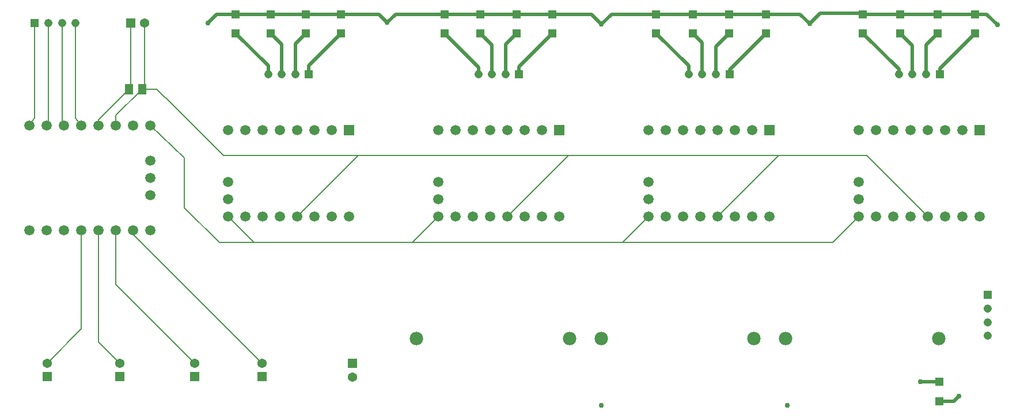
<source format=gtl>
G04 EAGLE Gerber RS-274X export*
G75*
%MOMM*%
%FSLAX34Y34*%
%LPD*%
%INTop Copper*%
%IPPOS*%
%AMOC8*
5,1,8,0,0,1.08239X$1,22.5*%
G01*
%ADD10C,1.980000*%
%ADD11R,1.368000X1.368000*%
%ADD12C,1.368000*%
%ADD13R,1.208000X1.208000*%
%ADD14C,1.208000*%
%ADD15C,1.508000*%
%ADD16R,1.508000X1.508000*%
%ADD17R,1.300000X1.500000*%
%ADD18R,1.200000X1.200000*%
%ADD19C,0.756400*%
%ADD20C,0.508000*%
%ADD21C,0.152400*%


D10*
X1159900Y131000D03*
X1384900Y131000D03*
X616900Y131000D03*
X841900Y131000D03*
D11*
X523086Y94150D03*
D12*
X523086Y74150D03*
D13*
X1386100Y519500D03*
D14*
X1366100Y519500D03*
X1346100Y519500D03*
X1326100Y519500D03*
D15*
X1445000Y310500D03*
X1419600Y310500D03*
X1394200Y310500D03*
X1368800Y310500D03*
X1343400Y310500D03*
X1318000Y310500D03*
X1292600Y310500D03*
X1267200Y310500D03*
D16*
X1445000Y437500D03*
D15*
X1419600Y437500D03*
X1394200Y437500D03*
X1368800Y437500D03*
X1343400Y437500D03*
X1318000Y437500D03*
X1292600Y437500D03*
X1267200Y437500D03*
X1267200Y335900D03*
X1267200Y361300D03*
X1135933Y310500D03*
X1110533Y310500D03*
X1085133Y310500D03*
X1059733Y310500D03*
X1034333Y310500D03*
X1008933Y310500D03*
X983533Y310500D03*
X958133Y310500D03*
D16*
X1135933Y437500D03*
D15*
X1110533Y437500D03*
X1085133Y437500D03*
X1059733Y437500D03*
X1034333Y437500D03*
X1008933Y437500D03*
X983533Y437500D03*
X958133Y437500D03*
X958133Y335900D03*
X958133Y361300D03*
X826867Y310500D03*
X801467Y310500D03*
X776067Y310500D03*
X750667Y310500D03*
X725267Y310500D03*
X699867Y310500D03*
X674467Y310500D03*
X649067Y310500D03*
D16*
X826867Y437500D03*
D15*
X801467Y437500D03*
X776067Y437500D03*
X750667Y437500D03*
X725267Y437500D03*
X699867Y437500D03*
X674467Y437500D03*
X649067Y437500D03*
X649067Y335900D03*
X649067Y361300D03*
X517800Y310500D03*
X492400Y310500D03*
X467000Y310500D03*
X441600Y310500D03*
X416200Y310500D03*
X390800Y310500D03*
X365400Y310500D03*
X340000Y310500D03*
D16*
X517800Y437500D03*
D15*
X492400Y437500D03*
X467000Y437500D03*
X441600Y437500D03*
X416200Y437500D03*
X390800Y437500D03*
X365400Y437500D03*
X340000Y437500D03*
X340000Y335900D03*
X340000Y361300D03*
D13*
X1457000Y194900D03*
D14*
X1457000Y174900D03*
X1457000Y154900D03*
X1457000Y134900D03*
D17*
X194625Y497900D03*
X213625Y497900D03*
D11*
X389671Y74850D03*
D12*
X389671Y94850D03*
D11*
X290679Y74850D03*
D12*
X290679Y94850D03*
D11*
X180757Y74850D03*
D12*
X180757Y94850D03*
D11*
X73836Y74850D03*
D12*
X73836Y94850D03*
D13*
X55900Y594900D03*
D14*
X75900Y594900D03*
X95900Y594900D03*
X115900Y594900D03*
D11*
X197000Y594900D03*
D12*
X217000Y594900D03*
D15*
X48100Y443900D03*
X73500Y443900D03*
X98900Y443900D03*
X124300Y443900D03*
X149700Y443900D03*
X175100Y443900D03*
X200500Y443900D03*
X225900Y443900D03*
X225900Y392500D03*
X225900Y367100D03*
X225900Y341700D03*
X48100Y290300D03*
X73500Y290300D03*
X98900Y290300D03*
X124300Y290300D03*
X149700Y290300D03*
X175100Y290300D03*
X200500Y290300D03*
X225900Y290300D03*
D10*
X888400Y131000D03*
X1113400Y131000D03*
D18*
X1386000Y67000D03*
X1386000Y39000D03*
D13*
X1077033Y519500D03*
D14*
X1057033Y519500D03*
X1037033Y519500D03*
X1017033Y519500D03*
D13*
X767967Y519500D03*
D14*
X747967Y519500D03*
X727967Y519500D03*
X707967Y519500D03*
D13*
X458900Y519500D03*
D14*
X438900Y519500D03*
X418900Y519500D03*
X398900Y519500D03*
D18*
X1383000Y580000D03*
X1383000Y608000D03*
X1328000Y580000D03*
X1328000Y608000D03*
X1438000Y580000D03*
X1438000Y608000D03*
X1273000Y580000D03*
X1273000Y608000D03*
X1077000Y580000D03*
X1077000Y608000D03*
X1023000Y580000D03*
X1023000Y608000D03*
X1131000Y580000D03*
X1131000Y608000D03*
X969000Y580000D03*
X969000Y608000D03*
X764000Y580000D03*
X764000Y608000D03*
X711000Y580000D03*
X711000Y608000D03*
X817000Y580000D03*
X817000Y608000D03*
X658000Y580000D03*
X658000Y608000D03*
X454556Y580000D03*
X454556Y608000D03*
X402778Y580000D03*
X402778Y608000D03*
X506333Y580000D03*
X506333Y608000D03*
X351000Y580000D03*
X351000Y608000D03*
D19*
X889000Y32500D03*
X1162000Y32500D03*
X1414000Y46000D03*
D20*
X1407000Y39000D01*
X1386000Y39000D01*
D19*
X310000Y595000D03*
X574000Y596000D03*
X889000Y593000D03*
X1195000Y594000D03*
X1471000Y592000D03*
D20*
X323000Y608000D02*
X310000Y595000D01*
X323000Y608000D02*
X351000Y608000D01*
X402778Y608000D01*
X454556Y608000D01*
X506333Y608000D01*
X562000Y608000D01*
X574000Y596000D01*
X586000Y608000D01*
X658000Y608000D01*
X711000Y608000D01*
X764000Y608000D01*
X817000Y608000D01*
X969000Y608000D02*
X1023000Y608000D01*
X1077000Y608000D01*
X1131000Y608000D01*
X1181000Y608000D01*
X1195000Y594000D01*
X1210000Y609000D01*
X1272000Y609000D02*
X1273000Y608000D01*
X1272000Y609000D02*
X1210000Y609000D01*
X1273000Y608000D02*
X1328000Y608000D01*
X1383000Y608000D01*
X1438000Y608000D01*
X1455000Y608000D02*
X1471000Y592000D01*
X1455000Y608000D02*
X1438000Y608000D01*
X874000Y608000D02*
X817000Y608000D01*
X874000Y608000D02*
X889000Y593000D01*
X904000Y608000D02*
X969000Y608000D01*
X904000Y608000D02*
X889000Y593000D01*
D21*
X290679Y94850D02*
X175100Y210429D01*
X175100Y290300D01*
X149700Y125907D02*
X180757Y94850D01*
X149700Y125907D02*
X149700Y290300D01*
X200500Y284021D02*
X389671Y94850D01*
X200500Y284021D02*
X200500Y290300D01*
D19*
X1358000Y67000D03*
D20*
X1386000Y67000D01*
D21*
X1368800Y310500D02*
X1279300Y400000D01*
X840167Y400000D02*
X531100Y400000D01*
X840167Y400000D02*
X1149233Y400000D01*
X1279300Y400000D01*
X1149233Y400000D02*
X1059733Y310500D01*
X840167Y400000D02*
X750667Y310500D01*
X531100Y400000D02*
X441600Y310500D01*
X249000Y484000D02*
X246100Y486900D01*
X249000Y484000D02*
X333000Y400000D01*
X531100Y400000D01*
X213625Y497900D02*
X175100Y459375D01*
X175100Y443900D01*
X217000Y501275D02*
X217000Y594900D01*
X217000Y501275D02*
X213625Y497900D01*
X235100Y497900D01*
X246100Y486900D01*
X55900Y454900D02*
X55900Y594900D01*
X55900Y454900D02*
X48100Y443900D01*
X75900Y449500D02*
X75900Y594900D01*
X75900Y449500D02*
X73500Y443900D01*
X95900Y450100D02*
X95900Y594900D01*
X95900Y450100D02*
X98900Y443900D01*
X115900Y455500D02*
X115900Y594900D01*
X115900Y455500D02*
X124300Y443900D01*
X149700Y452975D02*
X194625Y497900D01*
X149700Y452975D02*
X149700Y443900D01*
X197000Y500275D02*
X197000Y594900D01*
X197000Y500275D02*
X194625Y497900D01*
X124300Y145314D02*
X73836Y94850D01*
X124300Y145314D02*
X124300Y290300D01*
D20*
X1366100Y563100D02*
X1383000Y580000D01*
X1366100Y563100D02*
X1366100Y519500D01*
X1326100Y526900D02*
X1273000Y580000D01*
X1326100Y526900D02*
X1326100Y519500D01*
X1346100Y561900D02*
X1328000Y580000D01*
X1346100Y561900D02*
X1346100Y519500D01*
X1386100Y528100D02*
X1438000Y580000D01*
X1386100Y528100D02*
X1386100Y519500D01*
X1077000Y580000D02*
X1057033Y560033D01*
X1057033Y519500D01*
X1017033Y531967D02*
X969000Y580000D01*
X1017033Y531967D02*
X1017033Y519500D01*
X1037033Y565967D02*
X1023000Y580000D01*
X1037033Y565967D02*
X1037033Y519500D01*
X1077033Y526033D02*
X1131000Y580000D01*
X1077033Y526033D02*
X1077033Y519500D01*
X764000Y580000D02*
X747967Y563967D01*
X747967Y519500D01*
X707967Y530033D02*
X658000Y580000D01*
X707967Y530033D02*
X707967Y519500D01*
X727967Y563033D02*
X711000Y580000D01*
X727967Y563033D02*
X727967Y519500D01*
X767967Y530967D02*
X817000Y580000D01*
X767967Y530967D02*
X767967Y519500D01*
X454556Y580000D02*
X438900Y564345D01*
X438900Y519500D01*
X398900Y532100D02*
X351000Y580000D01*
X398900Y532100D02*
X398900Y519500D01*
X418900Y563878D02*
X402778Y580000D01*
X418900Y563878D02*
X418900Y519500D01*
X458900Y532567D02*
X506333Y580000D01*
X458900Y532567D02*
X458900Y519500D01*
D21*
X276000Y397000D02*
X225900Y443900D01*
X276000Y323000D02*
X327000Y272000D01*
X378500Y272000D01*
X390000Y272000D02*
X610567Y272000D01*
X919633Y272000D01*
X1228700Y272000D01*
X1267200Y310500D01*
X276000Y323000D02*
X276000Y397000D01*
X919633Y272000D02*
X958133Y310500D01*
X649067Y310500D02*
X610567Y272000D01*
X378500Y272000D02*
X340000Y310500D01*
X378500Y272000D02*
X390000Y272000D01*
M02*

</source>
